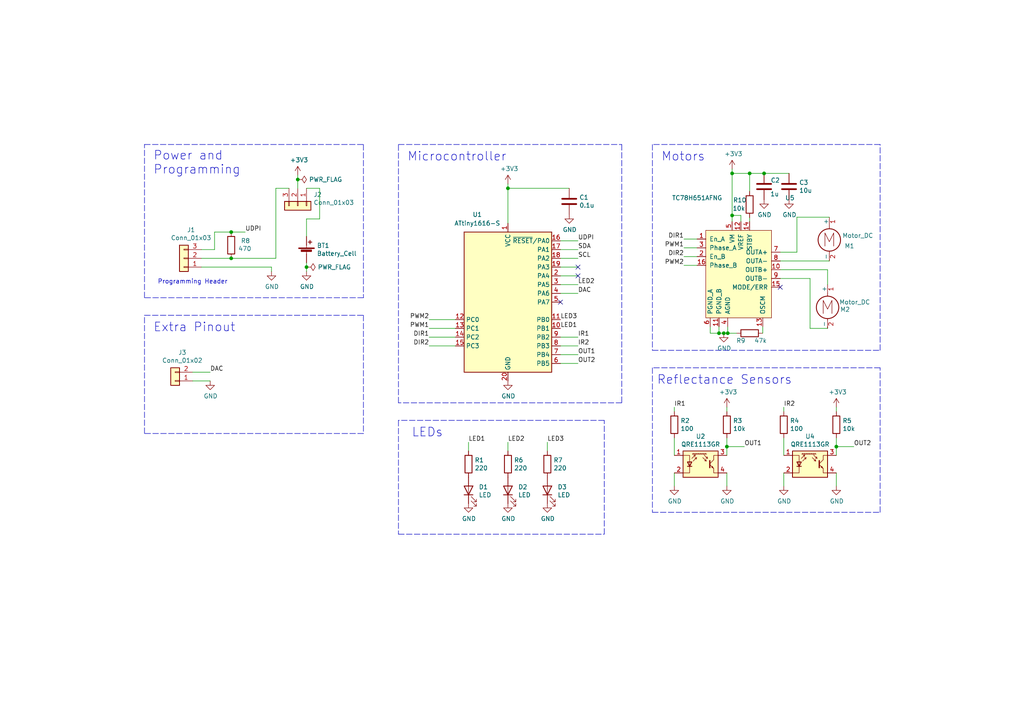
<source format=kicad_sch>
(kicad_sch (version 20210621) (generator eeschema)
  (paper "A4")
  (lib_symbols
    (symbol "Connector_Generic:Conn_01x02" (pin_names (offset 1.016) hide)
      (property "Reference" "J" (at 0 2.54 0))
      (property "Value" "Conn_01x02" (at 0 -5.08 0))
      (symbol "Conn_01x02_1_1"
        (rectangle (start -1.27 -2.413) (end 0 -2.667) (stroke (width 0.1524)))
        (rectangle (start -1.27 0.127) (end 0 -0.127) (stroke (width 0.1524)))
        (rectangle (start -1.27 1.27) (end 1.27 -3.81) (stroke (width 0.254)) (fill (type background)))
        (pin passive line (at -5.08 0 0) (length 3.81) (name "Pin_1") (number "1"))
        (pin passive line (at -5.08 -2.54 0) (length 3.81) (name "Pin_2") (number "2"))
      )
    )
    (symbol "Connector_Generic:Conn_01x03" (pin_names (offset 1.016) hide)
      (property "Reference" "J" (at 0 5.08 0))
      (property "Value" "Conn_01x03" (at 0 -5.08 0))
      (symbol "Conn_01x03_1_1"
        (rectangle (start -1.27 -2.413) (end 0 -2.667) (stroke (width 0.1524)))
        (rectangle (start -1.27 0.127) (end 0 -0.127) (stroke (width 0.1524)))
        (rectangle (start -1.27 2.667) (end 0 2.413) (stroke (width 0.1524)))
        (rectangle (start -1.27 3.81) (end 1.27 -3.81) (stroke (width 0.254)) (fill (type background)))
        (pin passive line (at -5.08 2.54 0) (length 3.81) (name "Pin_1") (number "1"))
        (pin passive line (at -5.08 0 0) (length 3.81) (name "Pin_2") (number "2"))
        (pin passive line (at -5.08 -2.54 0) (length 3.81) (name "Pin_3") (number "3"))
      )
    )
    (symbol "Device:Battery_Cell" (pin_numbers hide) (pin_names (offset 0) hide)
      (property "Reference" "BT" (at 2.54 2.54 0))
      (property "Value" "Battery_Cell" (at 2.54 0 0))
      (symbol "Battery_Cell_0_1"
        (rectangle (start -2.286 1.778) (end 2.286 1.524) (fill (type outline)))
        (rectangle (start -1.5748 1.1938) (end 1.4732 0.6858) (fill (type outline)))
        (polyline (pts (xy 0 0.762) (xy 0 0)))
        (polyline (pts (xy 0 1.778) (xy 0 2.54)))
        (polyline (pts (xy 0.508 3.429) (xy 1.524 3.429)) (stroke (width 0.254)))
        (polyline (pts (xy 1.016 3.937) (xy 1.016 2.921)) (stroke (width 0.254)))
      )
      (symbol "Battery_Cell_1_1"
        (pin passive line (at 0 5.08 270) (length 2.54) (name "+") (number "1"))
        (pin passive line (at 0 -2.54 90) (length 2.54) (name "-") (number "2"))
      )
    )
    (symbol "Device:C" (pin_numbers hide) (pin_names (offset 0.254))
      (property "Reference" "C" (at 0.635 2.54 0))
      (property "Value" "C" (at 0.635 -2.54 0))
      (symbol "C_0_1"
        (polyline (pts (xy -2.032 -0.762) (xy 2.032 -0.762)) (stroke (width 0.508)))
        (polyline (pts (xy -2.032 0.762) (xy 2.032 0.762)) (stroke (width 0.508)))
      )
      (symbol "C_1_1"
        (pin passive line (at 0 3.81 270) (length 2.794) (name "~") (number "1"))
        (pin passive line (at 0 -3.81 90) (length 2.794) (name "~") (number "2"))
      )
    )
    (symbol "Device:LED" (pin_numbers hide) (pin_names (offset 1.016) hide)
      (property "Reference" "D" (at 0 2.54 0))
      (property "Value" "LED" (at 0 -2.54 0))
      (symbol "LED_0_1"
        (polyline (pts (xy -1.27 -1.27) (xy -1.27 1.27)) (stroke (width 0.254)))
        (polyline (pts (xy -1.27 0) (xy 1.27 0)))
        (polyline (pts (xy 1.27 -1.27) (xy 1.27 1.27) (xy -1.27 0) (xy 1.27 -1.27)) (stroke (width 0.254)))
        (polyline (pts (xy -3.048 -0.762) (xy -4.572 -2.286) (xy -3.81 -2.286) (xy -4.572 -2.286) (xy -4.572 -1.524)))
        (polyline (pts (xy -1.778 -0.762) (xy -3.302 -2.286) (xy -2.54 -2.286) (xy -3.302 -2.286) (xy -3.302 -1.524)))
      )
      (symbol "LED_1_1"
        (pin passive line (at -3.81 0 0) (length 2.54) (name "K") (number "1"))
        (pin passive line (at 3.81 0 180) (length 2.54) (name "A") (number "2"))
      )
    )
    (symbol "Device:R" (pin_numbers hide) (pin_names (offset 0))
      (property "Reference" "R" (at 2.032 0 90))
      (property "Value" "R" (at 0 0 90))
      (symbol "R_0_1"
        (rectangle (start -1.016 -2.54) (end 1.016 2.54) (stroke (width 0.254)))
      )
      (symbol "R_1_1"
        (pin passive line (at 0 3.81 270) (length 1.27) (name "~") (number "1"))
        (pin passive line (at 0 -3.81 90) (length 1.27) (name "~") (number "2"))
      )
    )
    (symbol "Motor:Motor_DC" (pin_names (offset 0))
      (property "Reference" "M" (at 2.54 2.54 0))
      (property "Value" "Motor_DC" (at 2.54 -5.08 0))
      (symbol "Motor_DC_0_0"
        (polyline (pts (xy -1.27 -3.302) (xy -1.27 0.508) (xy 0 -2.032) (xy 1.27 0.508) (xy 1.27 -3.302)))
      )
      (symbol "Motor_DC_0_1"
        (circle (center 0 -1.524) (radius 3.2512) (stroke (width 0.254)))
        (polyline (pts (xy 0 -7.62) (xy 0 -7.112)))
        (polyline (pts (xy 0 -4.7752) (xy 0 -5.1816)))
        (polyline (pts (xy 0 1.7272) (xy 0 2.0828)))
        (polyline (pts (xy 0 2.032) (xy 0 2.54)))
      )
      (symbol "Motor_DC_1_1"
        (pin passive line (at 0 5.08 270) (length 2.54) (name "+") (number "1"))
        (pin passive line (at 0 -7.62 90) (length 2.54) (name "-") (number "2"))
      )
    )
    (symbol "Sensor_Proximity:QRE1113GR" (pin_names (offset 0.0254) hide)
      (property "Reference" "U" (at -3.81 5.08 0))
      (property "Value" "QRE1113GR" (at 11.43 5.08 0))
      (symbol "QRE1113GR_0_1"
        (polyline (pts (xy -3.81 -0.635) (xy -2.54 -0.635)) (stroke (width 0.254)))
        (polyline (pts (xy -2.286 2.921) (xy -2.032 3.175)))
        (polyline (pts (xy -1.778 2.921) (xy -1.524 3.175)))
        (polyline (pts (xy -1.524 2.667) (xy -1.651 2.159)))
        (polyline (pts (xy -1.27 2.921) (xy -1.016 3.175)))
        (polyline (pts (xy -1.143 1.905) (xy -1.27 1.397)))
        (polyline (pts (xy -0.762 2.921) (xy -0.508 3.175)))
        (polyline (pts (xy -0.254 2.921) (xy 0 3.175)))
        (polyline (pts (xy 0.254 2.921) (xy 0.508 3.175)))
        (polyline (pts (xy 0.762 2.921) (xy 1.016 3.175)))
        (polyline (pts (xy 1.27 2.921) (xy 1.524 3.175)))
        (polyline (pts (xy 1.651 0.889) (xy 1.143 1.016)))
        (polyline (pts (xy 1.778 2.921) (xy -2.413 2.921)))
        (polyline (pts (xy 2.032 1.651) (xy 1.524 1.778)))
        (polyline (pts (xy 2.667 -0.127) (xy 3.81 -1.27)))
        (polyline (pts (xy 2.667 0.127) (xy 3.81 1.27)))
        (polyline (pts (xy -2.54 1.651) (xy -1.524 2.667) (xy -2.032 2.54)))
        (polyline (pts (xy -2.159 0.889) (xy -1.143 1.905) (xy -1.651 1.778)))
        (polyline (pts (xy 0.635 1.905) (xy 1.651 0.889) (xy 1.524 1.397)))
        (polyline (pts (xy 1.016 2.667) (xy 2.032 1.651) (xy 1.905 2.159)))
        (polyline (pts (xy 2.667 1.016) (xy 2.667 -1.016) (xy 2.667 -1.016)) (stroke (width 0.3556)))
        (polyline (pts (xy 3.81 -1.27) (xy 3.81 -2.54) (xy 5.08 -2.54)))
        (polyline (pts (xy 3.81 1.27) (xy 3.81 2.54) (xy 5.08 2.54)))
        (polyline (pts (xy -5.08 -2.54) (xy -3.175 -2.54) (xy -3.175 2.54) (xy -5.08 2.54)))
        (polyline (pts (xy -3.175 -0.635) (xy -3.81 0.635) (xy -2.54 0.635) (xy -3.175 -0.635)) (stroke (width 0.254)))
        (polyline (pts (xy 3.683 -1.143) (xy 3.429 -0.635) (xy 3.175 -0.889) (xy 3.683 -1.143)))
        (polyline (pts (xy -5.08 -3.81) (xy 5.08 -3.81) (xy 5.08 3.81) (xy -5.08 3.81) (xy -5.08 -3.81)) (stroke (width 0.254)) (fill (type background)))
      )
      (symbol "QRE1113GR_1_1"
        (pin passive line (at -7.62 2.54 0) (length 2.54) (name "A") (number "1"))
        (pin passive line (at -7.62 -2.54 0) (length 2.54) (name "K") (number "2"))
        (pin open_collector line (at 7.62 2.54 180) (length 2.54) (name "~") (number "3"))
        (pin open_emitter line (at 7.62 -2.54 180) (length 2.54) (name "~") (number "4"))
      )
    )
    (symbol "TC78H651AFNG_1" (pin_names (offset 1.016))
      (property "Reference" "U?" (at 16.764 20.828 0))
      (property "Value" "TC78H651AFNG" (at -10.16 20.828 0))
      (symbol "TC78H651AFNG_1_0_1"
        (rectangle (start -7.62 11.43) (end 11.43 -13.97) (fill (type background)))
      )
      (symbol "TC78H651AFNG_1_1_1"
        (pin input line (at -10.16 8.89 0) (length 2.54) (name "En_A") (number "1"))
        (pin output line (at 13.97 0 180) (length 2.54) (name "OUTB+") (number "10"))
        (pin power_in line (at -3.81 -16.51 90) (length 2.54) (name "PGND_B") (number "11"))
        (pin power_in line (at 2.54 13.97 270) (length 2.54) (name "VREF") (number "12"))
        (pin power_in line (at 8.89 -16.51 90) (length 2.54) (name "OSCM") (number "13"))
        (pin power_in line (at 5.08 13.97 270) (length 2.54) (name "STBY") (number "14"))
        (pin output line (at 13.97 -5.08 180) (length 2.54) (name "MODE/ERR") (number "15"))
        (pin input line (at -10.16 1.27 0) (length 2.54) (name "Phase_B") (number "16"))
        (pin input line (at -10.16 3.81 0) (length 2.54) (name "En_B") (number "2"))
        (pin input line (at -10.16 6.35 0) (length 2.54) (name "Phase_A") (number "3"))
        (pin power_in line (at -1.27 -16.51 90) (length 2.54) (name "AGND") (number "4"))
        (pin power_in line (at 0 13.97 270) (length 2.54) (name "VM") (number "5"))
        (pin power_in line (at -6.35 -16.51 90) (length 2.54) (name "PGND_A") (number "6"))
        (pin output line (at 13.97 5.08 180) (length 2.54) (name "OUTA+") (number "7"))
        (pin output line (at 13.97 2.54 180) (length 2.54) (name "OUTA-") (number "8"))
        (pin output line (at 13.97 -2.54 180) (length 2.54) (name "OUTB-") (number "9"))
      )
    )
    (symbol "microbug-rescue:ATtiny1616-S-MCU_Microchip_ATtiny"
      (property "Reference" "U" (at -12.7 21.59 0))
      (property "Value" "microbug-rescue_ATtiny1616-S-MCU_Microchip_ATtiny" (at 2.54 -21.59 0))
      (symbol "ATtiny1616-S-MCU_Microchip_ATtiny_0_1"
        (rectangle (start -12.7 -20.32) (end 12.7 20.32) (stroke (width 0.254)) (fill (type background)))
      )
      (symbol "ATtiny1616-S-MCU_Microchip_ATtiny_1_1"
        (pin power_in line (at 0 22.86 270) (length 2.54) (name "VCC") (number "1"))
        (pin tri_state line (at 15.24 -7.62 180) (length 2.54) (name "PB1") (number "10"))
        (pin tri_state line (at 15.24 -5.08 180) (length 2.54) (name "PB0") (number "11"))
        (pin tri_state line (at -15.24 -5.08 0) (length 2.54) (name "PC0") (number "12"))
        (pin tri_state line (at -15.24 -7.62 0) (length 2.54) (name "PC1") (number "13"))
        (pin tri_state line (at -15.24 -10.16 0) (length 2.54) (name "PC2") (number "14"))
        (pin tri_state line (at -15.24 -12.7 0) (length 2.54) (name "PC3") (number "15"))
        (pin tri_state line (at 15.24 17.78 180) (length 2.54) (name "~{RESET}/PA0") (number "16"))
        (pin tri_state line (at 15.24 15.24 180) (length 2.54) (name "PA1") (number "17"))
        (pin tri_state line (at 15.24 12.7 180) (length 2.54) (name "PA2") (number "18"))
        (pin tri_state line (at 15.24 10.16 180) (length 2.54) (name "PA3") (number "19"))
        (pin tri_state line (at 15.24 7.62 180) (length 2.54) (name "PA4") (number "2"))
        (pin power_in line (at 0 -22.86 90) (length 2.54) (name "GND") (number "20"))
        (pin tri_state line (at 15.24 5.08 180) (length 2.54) (name "PA5") (number "3"))
        (pin tri_state line (at 15.24 2.54 180) (length 2.54) (name "PA6") (number "4"))
        (pin tri_state line (at 15.24 0 180) (length 2.54) (name "PA7") (number "5"))
        (pin tri_state line (at 15.24 -17.78 180) (length 2.54) (name "PB5") (number "6"))
        (pin tri_state line (at 15.24 -15.24 180) (length 2.54) (name "PB4") (number "7"))
        (pin tri_state line (at 15.24 -12.7 180) (length 2.54) (name "PB3") (number "8"))
        (pin tri_state line (at 15.24 -10.16 180) (length 2.54) (name "PB2") (number "9"))
      )
    )
    (symbol "power:+3.3V" (power) (pin_names (offset 0))
      (property "Value" "+3.3V" (at 0 3.556 0))
      (symbol "+3.3V_0_1"
        (polyline (pts (xy -0.762 1.27) (xy 0 2.54)))
        (polyline (pts (xy 0 0) (xy 0 2.54)))
        (polyline (pts (xy 0 2.54) (xy 0.762 1.27)))
      )
      (symbol "+3.3V_1_1"
        (pin power_in line (at 0 0 90) (length 0) hide (name "+3V3") (number "1"))
      )
    )
    (symbol "power:GND" (power) (pin_names (offset 0))
      (property "Value" "GND" (at 0 -3.81 0))
      (symbol "GND_0_1"
        (polyline (pts (xy 0 0) (xy 0 -1.27) (xy 1.27 -1.27) (xy 0 -2.54) (xy -1.27 -1.27) (xy 0 -1.27)))
      )
      (symbol "GND_1_1"
        (pin power_in line (at 0 0 270) (length 0) hide (name "GND") (number "1"))
      )
    )
    (symbol "power:PWR_FLAG" (power) (pin_numbers hide) (pin_names (offset 0) hide)
      (property "Value" "PWR_FLAG" (at 0 3.81 0))
      (symbol "PWR_FLAG_0_0"
        (pin power_out line (at 0 0 90) (length 0) (name "pwr") (number "1"))
      )
      (symbol "PWR_FLAG_0_1"
        (polyline (pts (xy 0 0) (xy 0 1.27) (xy -1.016 1.905) (xy 0 2.54) (xy 1.016 1.905) (xy 0 1.27)))
      )
    )
  )
  (junction (at 67.056 67.31))
  (junction (at 67.056 74.93))
  (junction (at 86.36 52.07))
  (junction (at 88.9 77.47))
  (junction (at 147.32 54.61))
  (junction (at 208.534 96.647))
  (junction (at 209.931 96.647))
  (junction (at 210.82 129.54))
  (junction (at 211.074 96.647))
  (junction (at 212.344 50.292))
  (junction (at 212.344 62.484))
  (junction (at 217.424 50.292))
  (junction (at 221.615 50.292))
  (junction (at 242.57 129.54))
  (no_connect (at 162.56 87.63))
  (no_connect (at 167.64 77.47))
  (no_connect (at 167.64 80.01))
  (no_connect (at 226.314 83.312))
  (wire (pts (xy 55.88 107.95) (xy 60.96 107.95)))
  (wire (pts (xy 55.88 110.49) (xy 60.96 110.49)))
  (wire (pts (xy 58.42 74.93) (xy 67.056 74.93)))
  (wire (pts (xy 58.42 77.47) (xy 78.74 77.47)))
  (wire (pts (xy 62.23 67.31) (xy 62.23 72.39)))
  (wire (pts (xy 62.23 67.31) (xy 67.056 67.31)))
  (wire (pts (xy 62.23 72.39) (xy 58.42 72.39)))
  (wire (pts (xy 67.056 67.31) (xy 71.12 67.31)))
  (wire (pts (xy 67.056 74.93) (xy 80.01 74.93)))
  (wire (pts (xy 78.74 77.47) (xy 78.74 78.74)))
  (wire (pts (xy 80.01 54.61) (xy 80.01 74.93)))
  (wire (pts (xy 83.82 54.61) (xy 80.01 54.61)))
  (wire (pts (xy 86.36 50.8) (xy 86.36 52.07)))
  (wire (pts (xy 86.36 52.07) (xy 86.36 54.61)))
  (wire (pts (xy 88.9 54.61) (xy 92.71 54.61)))
  (wire (pts (xy 88.9 63.5) (xy 88.9 68.58)))
  (wire (pts (xy 88.9 77.47) (xy 88.9 76.2)))
  (wire (pts (xy 88.9 78.74) (xy 88.9 77.47)))
  (wire (pts (xy 92.71 54.61) (xy 92.71 63.5)))
  (wire (pts (xy 92.71 63.5) (xy 88.9 63.5)))
  (wire (pts (xy 124.46 92.71) (xy 132.08 92.71)))
  (wire (pts (xy 124.46 95.25) (xy 132.08 95.25)))
  (wire (pts (xy 124.46 97.79) (xy 132.08 97.79)))
  (wire (pts (xy 124.46 100.33) (xy 132.08 100.33)))
  (wire (pts (xy 135.89 130.81) (xy 135.89 128.27)))
  (wire (pts (xy 147.32 54.61) (xy 147.32 53.34)))
  (wire (pts (xy 147.32 54.61) (xy 165.1 54.61)))
  (wire (pts (xy 147.32 64.77) (xy 147.32 54.61)))
  (wire (pts (xy 147.32 130.81) (xy 147.32 128.27)))
  (wire (pts (xy 158.75 130.81) (xy 158.75 128.27)))
  (wire (pts (xy 162.56 69.85) (xy 167.64 69.85)))
  (wire (pts (xy 162.56 72.39) (xy 167.64 72.39)))
  (wire (pts (xy 162.56 74.93) (xy 167.64 74.93)))
  (wire (pts (xy 162.56 77.47) (xy 167.64 77.47)))
  (wire (pts (xy 162.56 80.01) (xy 167.64 80.01)))
  (wire (pts (xy 162.56 82.55) (xy 167.64 82.55)))
  (wire (pts (xy 162.56 85.09) (xy 167.64 85.09)))
  (wire (pts (xy 162.56 97.79) (xy 167.64 97.79)))
  (wire (pts (xy 162.56 100.33) (xy 167.64 100.33)))
  (wire (pts (xy 162.56 102.87) (xy 167.64 102.87)))
  (wire (pts (xy 162.56 105.41) (xy 167.64 105.41)))
  (wire (pts (xy 195.58 119.38) (xy 195.58 118.11)))
  (wire (pts (xy 195.58 132.08) (xy 195.58 127)))
  (wire (pts (xy 195.58 137.16) (xy 195.58 140.97)))
  (wire (pts (xy 198.374 69.342) (xy 202.184 69.342)))
  (wire (pts (xy 198.374 76.962) (xy 202.184 76.962)))
  (wire (pts (xy 202.184 71.882) (xy 198.374 71.882)))
  (wire (pts (xy 202.184 74.422) (xy 198.374 74.422)))
  (wire (pts (xy 205.994 94.742) (xy 205.994 96.647)))
  (wire (pts (xy 205.994 96.647) (xy 208.534 96.647)))
  (wire (pts (xy 208.534 94.742) (xy 208.534 96.647)))
  (wire (pts (xy 208.534 96.647) (xy 209.931 96.647)))
  (wire (pts (xy 209.931 96.647) (xy 211.074 96.647)))
  (wire (pts (xy 210.82 119.38) (xy 210.82 118.11)))
  (wire (pts (xy 210.82 127) (xy 210.82 129.54)))
  (wire (pts (xy 210.82 129.54) (xy 210.82 132.08)))
  (wire (pts (xy 210.82 129.54) (xy 215.9 129.54)))
  (wire (pts (xy 210.82 137.16) (xy 210.82 140.97)))
  (wire (pts (xy 211.074 94.742) (xy 211.074 96.647)))
  (wire (pts (xy 211.074 96.647) (xy 213.614 96.647)))
  (wire (pts (xy 212.344 49.022) (xy 212.344 50.292)))
  (wire (pts (xy 212.344 50.292) (xy 212.344 62.484)))
  (wire (pts (xy 212.344 50.292) (xy 217.424 50.292)))
  (wire (pts (xy 212.344 62.484) (xy 212.344 64.262)))
  (wire (pts (xy 212.344 62.484) (xy 214.884 62.484)))
  (wire (pts (xy 214.884 62.484) (xy 214.884 64.262)))
  (wire (pts (xy 217.424 50.292) (xy 217.424 55.499)))
  (wire (pts (xy 217.424 50.292) (xy 221.615 50.292)))
  (wire (pts (xy 217.424 64.262) (xy 217.424 63.119)))
  (wire (pts (xy 221.234 94.742) (xy 221.234 96.647)))
  (wire (pts (xy 221.615 50.292) (xy 228.854 50.292)))
  (wire (pts (xy 226.314 73.152) (xy 231.14 73.152)))
  (wire (pts (xy 226.314 75.692) (xy 240.538 75.692)))
  (wire (pts (xy 226.314 78.232) (xy 240.03 78.232)))
  (wire (pts (xy 226.314 80.772) (xy 234.95 80.772)))
  (wire (pts (xy 227.33 119.38) (xy 227.33 118.11)))
  (wire (pts (xy 227.33 132.08) (xy 227.33 127)))
  (wire (pts (xy 227.33 137.16) (xy 227.33 140.97)))
  (wire (pts (xy 231.14 62.992) (xy 240.538 62.992)))
  (wire (pts (xy 231.14 73.152) (xy 231.14 62.992)))
  (wire (pts (xy 234.95 80.772) (xy 234.95 95.25)))
  (wire (pts (xy 234.95 95.25) (xy 240.03 95.25)))
  (wire (pts (xy 240.03 78.232) (xy 240.03 82.55)))
  (wire (pts (xy 242.57 119.38) (xy 242.57 118.11)))
  (wire (pts (xy 242.57 127) (xy 242.57 129.54)))
  (wire (pts (xy 242.57 129.54) (xy 242.57 132.08)))
  (wire (pts (xy 242.57 129.54) (xy 247.65 129.54)))
  (wire (pts (xy 242.57 137.16) (xy 242.57 140.97)))
  (polyline (pts (xy 41.91 41.91) (xy 105.41 41.91)))
  (polyline (pts (xy 41.91 86.36) (xy 41.91 41.91)))
  (polyline (pts (xy 41.91 91.44) (xy 105.41 91.44)))
  (polyline (pts (xy 41.91 125.73) (xy 41.91 91.44)))
  (polyline (pts (xy 105.41 41.91) (xy 105.41 86.36)))
  (polyline (pts (xy 105.41 86.36) (xy 41.91 86.36)))
  (polyline (pts (xy 105.41 91.44) (xy 105.41 125.73)))
  (polyline (pts (xy 105.41 125.73) (xy 41.91 125.73)))
  (polyline (pts (xy 115.57 41.91) (xy 180.34 41.91)))
  (polyline (pts (xy 115.57 116.84) (xy 115.57 41.91)))
  (polyline (pts (xy 115.57 121.92) (xy 115.57 154.94)))
  (polyline (pts (xy 115.57 154.94) (xy 175.26 154.94)))
  (polyline (pts (xy 175.26 121.92) (xy 115.57 121.92)))
  (polyline (pts (xy 175.26 154.94) (xy 175.26 121.92)))
  (polyline (pts (xy 180.34 41.91) (xy 180.34 116.84)))
  (polyline (pts (xy 180.34 116.84) (xy 115.57 116.84)))
  (polyline (pts (xy 189.23 41.91) (xy 189.23 101.6)))
  (polyline (pts (xy 189.23 101.6) (xy 255.27 101.6)))
  (polyline (pts (xy 189.23 106.68) (xy 189.23 148.59)))
  (polyline (pts (xy 189.23 148.59) (xy 255.27 148.59)))
  (polyline (pts (xy 255.27 41.91) (xy 189.23 41.91)))
  (polyline (pts (xy 255.27 101.6) (xy 255.27 41.91)))
  (polyline (pts (xy 255.27 106.68) (xy 189.23 106.68)))
  (polyline (pts (xy 255.27 148.59) (xy 255.27 106.68)))
  (text "Power and\nProgramming" (at 44.45 50.8 0) (effects (font (size 2.54 2.54)) (justify left bottom)))
  (text "Extra Pinout" (at 44.45 96.52 0) (effects (font (size 2.54 2.54)) (justify left bottom)))
  (text "Programming Header" (at 45.72 82.55 0) (effects (font (size 1.27 1.27)) (justify left bottom)))
  (text "Microcontroller" (at 118.11 46.99 0) (effects (font (size 2.54 2.54)) (justify left bottom)))
  (text "LEDs" (at 119.38 127 0) (effects (font (size 2.54 2.54)) (justify left bottom)))
  (text "Reflectance Sensors" (at 190.5 111.76 0) (effects (font (size 2.54 2.54)) (justify left bottom)))
  (text "Motors" (at 191.77 46.99 0) (effects (font (size 2.54 2.54)) (justify left bottom)))
  (label "DAC" (at 60.96 107.95 0))
  (label "UDPI" (at 71.12 67.31 0))
  (label "PWM2" (at 124.46 92.71 180))
  (label "PWM1" (at 124.46 95.25 180))
  (label "DIR1" (at 124.46 97.79 180))
  (label "DIR2" (at 124.46 100.33 180))
  (label "LED1" (at 135.89 128.27 0))
  (label "LED2" (at 147.32 128.27 0))
  (label "LED3" (at 158.75 128.27 0))
  (label "LED3" (at 162.56 92.71 0))
  (label "LED1" (at 162.56 95.25 0))
  (label "UDPI" (at 167.64 69.85 0))
  (label "SDA" (at 167.64 72.39 0))
  (label "SCL" (at 167.64 74.93 0))
  (label "LED2" (at 167.64 82.55 0))
  (label "DAC" (at 167.64 85.09 0))
  (label "IR1" (at 167.64 97.79 0))
  (label "IR2" (at 167.64 100.33 0))
  (label "OUT1" (at 167.64 102.87 0))
  (label "OUT2" (at 167.64 105.41 0))
  (label "IR1" (at 195.58 118.11 0))
  (label "DIR1" (at 198.374 69.342 180))
  (label "PWM1" (at 198.374 71.882 180))
  (label "DIR2" (at 198.374 74.422 180))
  (label "PWM2" (at 198.374 76.962 180))
  (label "OUT1" (at 215.9 129.54 0))
  (label "IR2" (at 227.33 118.11 0))
  (label "OUT2" (at 247.65 129.54 0))
  (symbol (lib_id "power:+3.3V") (at 86.36 50.8 0) (unit 1)
    (property "Reference" "#PWR02" (effects hide))
    (property "Value" "+3.3V" (at 86.741 46.4058 0))
  )
  (symbol (lib_id "power:+3.3V") (at 147.32 53.34 0) (unit 1)
    (property "Reference" "#PWR04" (effects hide))
    (property "Value" "+3.3V" (at 147.701 48.9458 0))
  )
  (symbol (lib_id "power:+3.3V") (at 210.82 118.11 0) (unit 1)
    (property "Reference" "#PWR010" (effects hide))
    (property "Value" "+3.3V" (at 211.201 113.7158 0))
  )
  (symbol (lib_id "power:+3.3V") (at 212.344 49.022 0) (unit 1)
    (property "Reference" "#PWR012" (effects hide))
    (property "Value" "+3.3V" (at 212.725 44.6278 0))
  )
  (symbol (lib_id "power:+3.3V") (at 242.57 118.11 0) (unit 1)
    (property "Reference" "#PWR018" (effects hide))
    (property "Value" "+3.3V" (at 242.951 113.7158 0))
  )
  (symbol (lib_id "power:PWR_FLAG") (at 86.36 52.07 270) (unit 1)
    (property "Reference" "#FLG0101" (effects hide))
    (property "Value" "PWR_FLAG" (at 89.6112 52.07 90) (effects (justify left)))
  )
  (symbol (lib_id "power:PWR_FLAG") (at 88.9 77.47 270) (unit 1)
    (property "Reference" "#FLG0102" (effects hide))
    (property "Value" "PWR_FLAG" (at 92.1512 77.47 90) (effects (justify left)))
  )
  (symbol (lib_id "power:GND") (at 60.96 110.49 0) (unit 1)
    (property "Reference" "#PWR0105" (effects hide))
    (property "Value" "GND" (at 61.087 114.8842 0))
  )
  (symbol (lib_id "power:GND") (at 78.74 78.74 0) (unit 1)
    (property "Reference" "#PWR01" (effects hide))
    (property "Value" "GND" (at 78.867 83.1342 0))
  )
  (symbol (lib_id "power:GND") (at 88.9 78.74 0) (unit 1)
    (property "Reference" "#PWR03" (effects hide))
    (property "Value" "GND" (at 89.027 83.1342 0))
  )
  (symbol (lib_id "power:GND") (at 135.89 146.05 0) (unit 1)
    (property "Reference" "#PWR07" (effects hide))
    (property "Value" "GND" (at 136.017 150.4442 0))
  )
  (symbol (lib_id "power:GND") (at 147.32 110.49 0) (unit 1)
    (property "Reference" "#PWR05" (effects hide))
    (property "Value" "GND" (at 147.447 114.8842 0))
  )
  (symbol (lib_id "power:GND") (at 147.32 146.05 0) (unit 1)
    (property "Reference" "#PWR08" (effects hide))
    (property "Value" "GND" (at 147.447 150.4442 0))
  )
  (symbol (lib_id "power:GND") (at 158.75 146.05 0) (unit 1)
    (property "Reference" "#PWR0101" (effects hide))
    (property "Value" "GND" (at 158.877 150.4442 0))
  )
  (symbol (lib_id "power:GND") (at 165.1 62.23 0) (unit 1)
    (property "Reference" "#PWR06" (effects hide))
    (property "Value" "GND" (at 165.227 66.6242 0))
  )
  (symbol (lib_id "power:GND") (at 195.58 140.97 0) (unit 1)
    (property "Reference" "#PWR09" (effects hide))
    (property "Value" "GND" (at 195.707 145.3642 0))
  )
  (symbol (lib_id "power:GND") (at 209.931 96.647 0) (unit 1)
    (property "Reference" "#PWR013" (effects hide))
    (property "Value" "GND" (at 210.058 101.0412 0))
  )
  (symbol (lib_id "power:GND") (at 210.82 140.97 0) (unit 1)
    (property "Reference" "#PWR011" (effects hide))
    (property "Value" "GND" (at 210.947 145.3642 0))
  )
  (symbol (lib_id "power:GND") (at 221.615 57.912 0) (unit 1)
    (property "Reference" "#PWR014" (effects hide))
    (property "Value" "GND" (at 221.742 62.3062 0))
  )
  (symbol (lib_id "power:GND") (at 227.33 140.97 0) (unit 1)
    (property "Reference" "#PWR016" (effects hide))
    (property "Value" "GND" (at 227.457 145.3642 0))
  )
  (symbol (lib_id "power:GND") (at 228.854 57.912 0) (unit 1)
    (property "Reference" "#PWR017" (effects hide))
    (property "Value" "GND" (at 228.981 62.3062 0))
  )
  (symbol (lib_id "power:GND") (at 242.57 140.97 0) (unit 1)
    (property "Reference" "#PWR019" (effects hide))
    (property "Value" "GND" (at 242.697 145.3642 0))
  )
  (symbol (lib_id "Device:R") (at 67.056 71.12 0) (unit 1)
    (property "Reference" "R8" (at 69.85 69.8499 0) (effects (justify left)))
    (property "Value" "470" (at 69.088 72.1359 0) (effects (justify left)))
    (property "Footprint" "Resistor_SMD:R_0603_1608Metric_Pad1.05x0.95mm_HandSolder" (effects hide))
  )
  (symbol (lib_id "Device:R") (at 135.89 134.62 0) (unit 1)
    (property "Reference" "R1" (at 137.668 133.4516 0) (effects (justify left)))
    (property "Value" "220" (at 137.668 135.763 0) (effects (justify left)))
    (property "Footprint" "Resistor_SMD:R_0603_1608Metric_Pad1.05x0.95mm_HandSolder" (effects hide))
  )
  (symbol (lib_id "Device:R") (at 147.32 134.62 0) (unit 1)
    (property "Reference" "R6" (at 149.098 133.4516 0) (effects (justify left)))
    (property "Value" "220" (at 149.098 135.763 0) (effects (justify left)))
    (property "Footprint" "Resistor_SMD:R_0603_1608Metric_Pad1.05x0.95mm_HandSolder" (effects hide))
  )
  (symbol (lib_id "Device:R") (at 158.75 134.62 0) (unit 1)
    (property "Reference" "R7" (at 160.528 133.4516 0) (effects (justify left)))
    (property "Value" "220" (at 160.528 135.763 0) (effects (justify left)))
    (property "Footprint" "Resistor_SMD:R_0603_1608Metric_Pad1.05x0.95mm_HandSolder" (effects hide))
  )
  (symbol (lib_id "Device:R") (at 195.58 123.19 0) (unit 1)
    (property "Reference" "R2" (at 197.358 122.0216 0) (effects (justify left)))
    (property "Value" "100" (at 197.358 124.333 0) (effects (justify left)))
    (property "Footprint" "Resistor_SMD:R_0603_1608Metric_Pad1.05x0.95mm_HandSolder" (effects hide))
  )
  (symbol (lib_id "Device:R") (at 210.82 123.19 0) (unit 1)
    (property "Reference" "R3" (at 212.598 122.0216 0) (effects (justify left)))
    (property "Value" "10k" (at 212.598 124.333 0) (effects (justify left)))
    (property "Footprint" "Resistor_SMD:R_0603_1608Metric_Pad1.05x0.95mm_HandSolder" (effects hide))
  )
  (symbol (lib_id "Device:R") (at 217.424 59.309 0) (unit 1)
    (property "Reference" "R10" (at 212.598 58.0389 0) (effects (justify left)))
    (property "Value" "10k" (at 212.471 60.4519 0) (effects (justify left)))
    (property "Footprint" "Resistor_SMD:R_0603_1608Metric_Pad1.05x0.95mm_HandSolder" (effects hide))
  )
  (symbol (lib_id "Device:R") (at 217.424 96.647 90) (unit 1)
    (property "Reference" "R9" (at 214.884 98.806 90))
    (property "Value" "47k" (at 220.599 98.806 90))
    (property "Footprint" "Resistor_SMD:R_0603_1608Metric_Pad1.05x0.95mm_HandSolder" (effects hide))
  )
  (symbol (lib_id "Device:R") (at 227.33 123.19 0) (unit 1)
    (property "Reference" "R4" (at 229.108 122.0216 0) (effects (justify left)))
    (property "Value" "100" (at 229.108 124.333 0) (effects (justify left)))
    (property "Footprint" "Resistor_SMD:R_0603_1608Metric_Pad1.05x0.95mm_HandSolder" (effects hide))
  )
  (symbol (lib_id "Device:R") (at 242.57 123.19 0) (unit 1)
    (property "Reference" "R5" (at 244.348 122.0216 0) (effects (justify left)))
    (property "Value" "10k" (at 244.348 124.333 0) (effects (justify left)))
    (property "Footprint" "Resistor_SMD:R_0603_1608Metric_Pad1.05x0.95mm_HandSolder" (effects hide))
  )
  (symbol (lib_id "Device:LED") (at 135.89 142.24 90) (unit 1)
    (property "Reference" "D1" (at 138.8618 141.2494 90) (effects (justify right)))
    (property "Value" "LED" (at 138.8618 143.5608 90) (effects (justify right)))
    (property "Footprint" "LED_SMD:LED_0603_1608Metric_Pad1.05x0.95mm_HandSolder" (effects hide))
  )
  (symbol (lib_id "Device:LED") (at 147.32 142.24 90) (unit 1)
    (property "Reference" "D2" (at 150.2918 141.2494 90) (effects (justify right)))
    (property "Value" "LED" (at 150.2918 143.5608 90) (effects (justify right)))
    (property "Footprint" "LED_THT:LED_D3.0mm" (effects hide))
  )
  (symbol (lib_id "Device:LED") (at 158.75 142.24 90) (unit 1)
    (property "Reference" "D3" (at 161.7218 141.2494 90) (effects (justify right)))
    (property "Value" "LED" (at 161.7218 143.5608 90) (effects (justify right)))
    (property "Footprint" "LED_SMD:LED_0603_1608Metric_Pad1.05x0.95mm_HandSolder" (effects hide))
  )
  (symbol (lib_id "Connector_Generic:Conn_01x02") (at 50.8 110.49 180) (unit 1)
    (property "Reference" "J3" (at 52.8828 102.235 0))
    (property "Value" "Conn_01x02" (at 52.8828 104.5464 0))
    (property "Footprint" "Connector_PinHeader_2.54mm:PinHeader_1x02_P2.54mm_Vertical" (effects hide))
  )
  (symbol (lib_id "Device:Battery_Cell") (at 88.9 73.66 0) (unit 1)
    (property "Reference" "BT1" (at 91.8972 71.2216 0) (effects (justify left)))
    (property "Value" "Battery_Cell" (at 91.8972 73.533 0) (effects (justify left)))
    (property "Footprint" "microbug-fplib:BK-883" (effects hide))
  )
  (symbol (lib_id "Device:C") (at 165.1 58.42 0) (unit 1)
    (property "Reference" "C1" (at 168.021 57.2516 0) (effects (justify left)))
    (property "Value" "0.1u" (at 168.021 59.563 0) (effects (justify left)))
    (property "Footprint" "Capacitor_SMD:C_0603_1608Metric_Pad1.05x0.95mm_HandSolder" (effects hide))
  )
  (symbol (lib_id "Device:C") (at 221.615 54.102 0) (unit 1)
    (property "Reference" "C2" (at 223.52 52.2986 0) (effects (justify left)))
    (property "Value" "1u" (at 223.393 56.261 0) (effects (justify left)))
    (property "Footprint" "Capacitor_SMD:C_0603_1608Metric_Pad1.05x0.95mm_HandSolder" (effects hide))
  )
  (symbol (lib_id "Device:C") (at 228.854 54.102 0) (unit 1)
    (property "Reference" "C3" (at 231.775 52.9336 0) (effects (justify left)))
    (property "Value" "10u" (at 231.775 55.245 0) (effects (justify left)))
    (property "Footprint" "Capacitor_SMD:C_0603_1608Metric_Pad1.05x0.95mm_HandSolder" (effects hide))
  )
  (symbol (lib_id "Connector_Generic:Conn_01x03") (at 53.34 74.93 180) (unit 1)
    (property "Reference" "J1" (at 55.4228 66.675 0))
    (property "Value" "Conn_01x03" (at 55.4228 68.9864 0))
    (property "Footprint" "Connector_PinHeader_2.54mm:PinHeader_1x03_P2.54mm_Vertical" (effects hide))
  )
  (symbol (lib_id "Connector_Generic:Conn_01x03") (at 86.36 59.69 270) (unit 1)
    (property "Reference" "J2" (at 90.932 56.4388 90) (effects (justify left)))
    (property "Value" "Conn_01x03" (at 90.932 58.7502 90) (effects (justify left)))
    (property "Footprint" "Connector_PinHeader_2.54mm:PinHeader_1x03_P2.54mm_Vertical" (effects hide))
  )
  (symbol (lib_id "Motor:Motor_DC") (at 240.03 87.63 0) (mirror y) (unit 1)
    (property "Reference" "M2" (at 246.5578 89.7636 0) (effects (justify left)))
    (property "Value" "Motor_DC" (at 252.3998 87.63 0) (effects (justify left)))
    (property "Footprint" "microbug-fplib:micro_motor_5mm" (effects hide))
  )
  (symbol (lib_id "Motor:Motor_DC") (at 240.538 68.072 0) (mirror y) (unit 1)
    (property "Reference" "M1" (at 247.8278 71.3486 0) (effects (justify left)))
    (property "Value" "Motor_DC" (at 253.2888 68.326 0) (effects (justify left)))
    (property "Footprint" "microbug-fplib:micro_motor_5mm" (effects hide))
  )
  (symbol (lib_id "Sensor_Proximity:QRE1113GR") (at 203.2 134.62 0) (unit 1)
    (property "Reference" "U2" (at 203.2 126.5682 0))
    (property "Value" "QRE1113GR" (at 203.2 128.8796 0))
    (property "Footprint" "OptoDevice:Everlight_ITR8307F43" (effects hide))
    (property "Datasheet" "http://www.onsemi.com/pub/Collateral/QRE1113-D.PDF" (effects hide))
  )
  (symbol (lib_id "Sensor_Proximity:QRE1113GR") (at 234.95 134.62 0) (unit 1)
    (property "Reference" "U4" (at 234.95 126.5682 0))
    (property "Value" "QRE1113GR" (at 234.95 128.8796 0))
    (property "Footprint" "OptoDevice:Everlight_ITR8307F43" (effects hide))
    (property "Datasheet" "http://www.onsemi.com/pub/Collateral/QRE1113-D.PDF" (effects hide))
  )
  (symbol (lib_name "TC78H651AFNG_1") (lib_id "microbug-lib:TC78H651AFNG") (at 212.344 78.232 0) (unit 1)
    (property "Reference" "U5" (at 229.108 57.404 0))
    (property "Value" "TC78H651AFNG" (at 202.184 57.404 0))
    (property "Footprint" "Package_SO:TSSOP-16_4.4x5mm_P0.65mm" (effects hide))
    (property "Datasheet" "https://toshiba.semicon-storage.com/info/docget.jsp?did=64622&prodName=TC78H651AFNG" (effects hide))
  )
  (symbol (lib_id "microbug-rescue:ATtiny1616-S-MCU_Microchip_ATtiny") (at 147.32 87.63 0) (unit 1)
    (property "Reference" "U1" (at 138.43 62.23 0))
    (property "Value" "ATtiny1616-S" (at 138.43 64.77 0))
    (property "Footprint" "Package_SO:SOIC-20W_7.5x12.8mm_P1.27mm" (effects hide))
    (property "Datasheet" "http://ww1.microchip.com/downloads/en/DeviceDoc/ATtiny3216_ATtiny1616-data-sheet-40001997B.pdf" (effects hide))
  )
)
</source>
